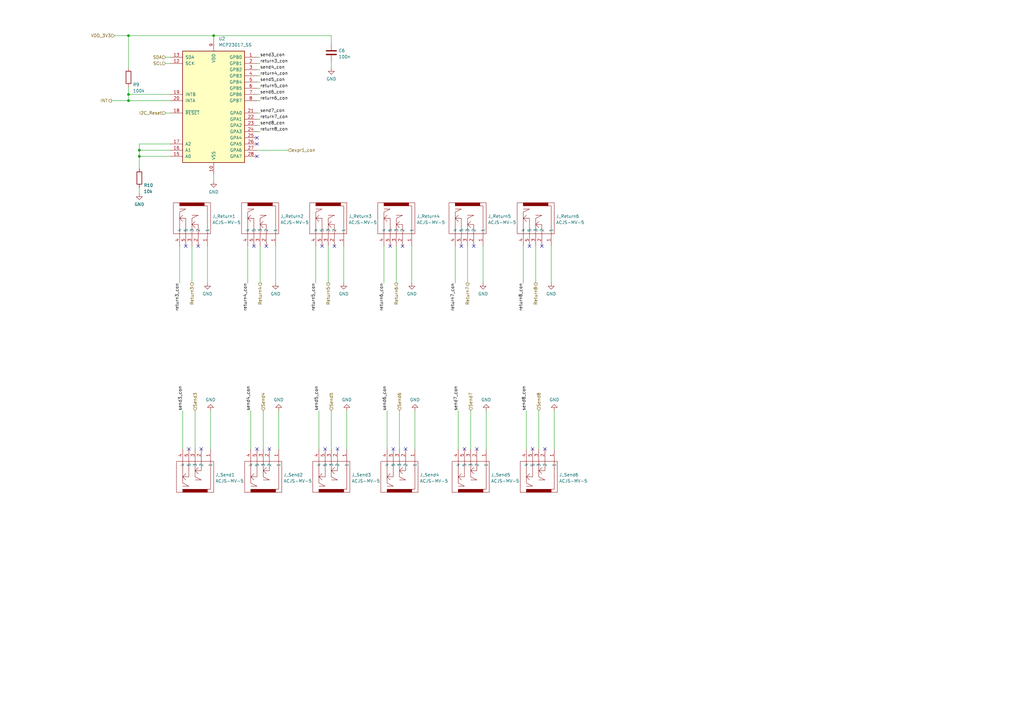
<source format=kicad_sch>
(kicad_sch (version 20211123) (generator eeschema)
  (paper "A3")
  (lib_symbols
    (symbol "Aphenol:ACJS-MV-5" (pin_names (offset 0.762))
      (property "Reference" "J_Return1" (at 8.3312 -6.7853 90))
      (property "Value" "ACJS-MV-5" (at 8.3312 -9.3222 90))
      (symbol "ACJS-MV-5_0_0"
        (pin passive line (at 19.05 -6.35 180) (length 5.08) (name "1") (number "1"))
        (pin passive line (at 19.05 -2.54 180) (length 5.08) (name "2") (number "2"))
        (pin passive line (at 19.05 0 180) (length 5.08) (name "3") (number "3"))
        (pin passive line (at 19.05 5.08 180) (length 5.08) (name "4") (number "4"))
        (pin passive line (at 19.05 2.54 180) (length 5.08) (name "5") (number "5"))
      )
      (symbol "ACJS-MV-5_0_1"
        (polyline (pts (xy 2.54 -5.08) (xy 2.54 -6.35) (xy 13.97 -6.35)) (stroke (width 0.1524)))
        (polyline (pts (xy 7.62 5.08) (xy 7.62 2.54) (xy 13.97 2.54)) (stroke (width 0.1524)))
        (polyline (pts (xy 8.89 -1.27) (xy 10.16 0) (xy 11.43 -1.27)) (stroke (width 0.1524)))
        (polyline (pts (xy 13.97 -2.54) (xy 10.16 -2.54) (xy 10.16 0)) (stroke (width 0.1524)))
        (polyline (pts (xy 7.62 5.08) (xy 6.35 3.81) (xy 7.62 5.08) (xy 8.89 3.81)) (stroke (width 0.1524)))
        (polyline (pts (xy 13.97 0) (xy 7.62 0) (xy 6.35 -2.54) (xy 6.35 0)) (stroke (width 0.1524)))
        (polyline (pts (xy 13.97 5.08) (xy 5.08 5.08) (xy 3.81 2.54) (xy 3.81 5.08)) (stroke (width 0.1524)))
        (polyline (pts (xy 1.27 7.62) (xy 13.97 7.62) (xy 13.97 -7.62) (xy 1.27 -7.62) (xy 1.27 7.62)) (stroke (width 0.1524)))
        (rectangle (start 1.27 5.08) (end 2.54 -5.08) (stroke (width 0.1524)) (fill (type outline)))
      )
    )
    (symbol "Device:C" (pin_numbers hide) (pin_names (offset 0.254))
      (property "Reference" "C" (at 0.635 2.54 0))
      (property "Value" "C" (at 0.635 -2.54 0))
      (symbol "C_0_1"
        (polyline (pts (xy -2.032 -0.762) (xy 2.032 -0.762)) (stroke (width 0.508)))
        (polyline (pts (xy -2.032 0.762) (xy 2.032 0.762)) (stroke (width 0.508)))
      )
      (symbol "C_1_1"
        (pin passive line (at 0 3.81 270) (length 2.794) (name "~") (number "1"))
        (pin passive line (at 0 -3.81 90) (length 2.794) (name "~") (number "2"))
      )
    )
    (symbol "Device:R" (pin_numbers hide) (pin_names (offset 0))
      (property "Reference" "R" (at 2.032 0 90))
      (property "Value" "R" (at 0 0 90))
      (symbol "R_0_1"
        (rectangle (start -1.016 -2.54) (end 1.016 2.54) (stroke (width 0.254)))
      )
      (symbol "R_1_1"
        (pin passive line (at 0 3.81 270) (length 1.27) (name "~") (number "1"))
        (pin passive line (at 0 -3.81 90) (length 1.27) (name "~") (number "2"))
      )
    )
    (symbol "Interface_Expansion:MCP23017_SS" (pin_names (offset 1.016))
      (property "Reference" "U" (at -11.43 24.13 0))
      (property "Value" "MCP23017_SS" (at 0 0 0))
      (symbol "MCP23017_SS_0_1"
        (rectangle (start -12.7 22.86) (end 12.7 -22.86) (stroke (width 0.254)) (fill (type background)))
      )
      (symbol "MCP23017_SS_1_1"
        (pin bidirectional line (at 17.78 20.32 180) (length 5.08) (name "GPB0") (number "1"))
        (pin power_in line (at 0 -27.94 90) (length 5.08) (name "VSS") (number "10"))
        (pin no_connect line (at -12.7 15.24 0) (length 5.08) hide (name "NC") (number "11"))
        (pin input line (at -17.78 17.78 0) (length 5.08) (name "SCK") (number "12"))
        (pin bidirectional line (at -17.78 20.32 0) (length 5.08) (name "SDA") (number "13"))
        (pin no_connect line (at -12.7 12.7 0) (length 5.08) hide (name "NC") (number "14"))
        (pin input line (at -17.78 -20.32 0) (length 5.08) (name "A0") (number "15"))
        (pin input line (at -17.78 -17.78 0) (length 5.08) (name "A1") (number "16"))
        (pin input line (at -17.78 -15.24 0) (length 5.08) (name "A2") (number "17"))
        (pin input line (at -17.78 -2.54 0) (length 5.08) (name "~{RESET}") (number "18"))
        (pin tri_state line (at -17.78 5.08 0) (length 5.08) (name "INTB") (number "19"))
        (pin bidirectional line (at 17.78 17.78 180) (length 5.08) (name "GPB1") (number "2"))
        (pin tri_state line (at -17.78 2.54 0) (length 5.08) (name "INTA") (number "20"))
        (pin bidirectional line (at 17.78 -2.54 180) (length 5.08) (name "GPA0") (number "21"))
        (pin bidirectional line (at 17.78 -5.08 180) (length 5.08) (name "GPA1") (number "22"))
        (pin bidirectional line (at 17.78 -7.62 180) (length 5.08) (name "GPA2") (number "23"))
        (pin bidirectional line (at 17.78 -10.16 180) (length 5.08) (name "GPA3") (number "24"))
        (pin bidirectional line (at 17.78 -12.7 180) (length 5.08) (name "GPA4") (number "25"))
        (pin bidirectional line (at 17.78 -15.24 180) (length 5.08) (name "GPA5") (number "26"))
        (pin bidirectional line (at 17.78 -17.78 180) (length 5.08) (name "GPA6") (number "27"))
        (pin bidirectional line (at 17.78 -20.32 180) (length 5.08) (name "GPA7") (number "28"))
        (pin bidirectional line (at 17.78 15.24 180) (length 5.08) (name "GPB2") (number "3"))
        (pin bidirectional line (at 17.78 12.7 180) (length 5.08) (name "GPB3") (number "4"))
        (pin bidirectional line (at 17.78 10.16 180) (length 5.08) (name "GPB4") (number "5"))
        (pin bidirectional line (at 17.78 7.62 180) (length 5.08) (name "GPB5") (number "6"))
        (pin bidirectional line (at 17.78 5.08 180) (length 5.08) (name "GPB6") (number "7"))
        (pin bidirectional line (at 17.78 2.54 180) (length 5.08) (name "GPB7") (number "8"))
        (pin power_in line (at 0 27.94 270) (length 5.08) (name "VDD") (number "9"))
      )
    )
    (symbol "power:GND" (power) (pin_names (offset 0))
      (property "Value" "GND" (at 0 -3.81 0))
      (symbol "GND_0_1"
        (polyline (pts (xy 0 0) (xy 0 -1.27) (xy 1.27 -1.27) (xy 0 -2.54) (xy -1.27 -1.27) (xy 0 -1.27)))
      )
      (symbol "GND_1_1"
        (pin power_in line (at 0 0 270) (length 0) hide (name "GND") (number "1"))
      )
    )
  )
  (junction (at 87.63 14.605))
  (junction (at 52.705 41.275))
  (junction (at 57.15 64.135))
  (junction (at 52.705 38.735))
  (junction (at 52.705 14.605))
  (junction (at 57.15 61.595))
  (no_connect (at 105.41 59.055))
  (no_connect (at 105.41 64.135))
  (no_connect (at 138.43 184.15))
  (no_connect (at 110.49 184.15))
  (no_connect (at 109.22 100.965))
  (no_connect (at 137.16 100.965))
  (no_connect (at 222.25 100.965))
  (no_connect (at 217.17 100.965))
  (no_connect (at 190.5 184.15))
  (no_connect (at 195.58 184.15))
  (no_connect (at 166.37 184.15))
  (no_connect (at 194.31 100.965))
  (no_connect (at 189.23 100.965))
  (no_connect (at 105.41 56.515))
  (no_connect (at 165.1 100.965))
  (no_connect (at 77.47 184.15))
  (no_connect (at 133.35 184.15))
  (no_connect (at 105.41 184.15))
  (no_connect (at 104.14 100.965))
  (no_connect (at 76.2 100.965))
  (no_connect (at 132.08 100.965))
  (no_connect (at 160.02 100.965))
  (no_connect (at 161.29 184.15))
  (no_connect (at 82.55 184.15))
  (no_connect (at 81.28 100.965))
  (no_connect (at 218.44 184.15))
  (no_connect (at 223.52 184.15))
  (wire (pts (xy 105.41 23.495) (xy 106.68 23.495)))
  (wire (pts (xy 67.945 23.495) (xy 69.85 23.495)))
  (wire (pts (xy 105.41 31.115) (xy 106.68 31.115)))
  (wire (pts (xy 227.33 168.402) (xy 227.33 184.15)))
  (wire (pts (xy 57.15 79.375) (xy 57.15 76.835)))
  (wire (pts (xy 186.69 100.965) (xy 186.69 116.078)))
  (wire (pts (xy 73.66 100.965) (xy 73.66 116.078)))
  (wire (pts (xy 142.24 168.402) (xy 142.24 184.15)))
  (wire (pts (xy 199.39 168.402) (xy 199.39 184.15)))
  (wire (pts (xy 105.41 33.655) (xy 106.68 33.655)))
  (wire (pts (xy 57.15 64.135) (xy 69.85 64.135)))
  (wire (pts (xy 74.93 168.402) (xy 74.93 184.15)))
  (wire (pts (xy 69.85 59.055) (xy 57.15 59.055)))
  (wire (pts (xy 129.54 100.965) (xy 129.54 116.078)))
  (wire (pts (xy 158.75 168.402) (xy 158.75 184.15)))
  (wire (pts (xy 69.85 61.595) (xy 57.15 61.595)))
  (wire (pts (xy 157.48 100.965) (xy 157.48 116.078)))
  (wire (pts (xy 114.3 168.402) (xy 114.3 184.15)))
  (wire (pts (xy 52.705 38.735) (xy 69.85 38.735)))
  (wire (pts (xy 134.62 100.965) (xy 134.62 116.078)))
  (wire (pts (xy 46.99 14.605) (xy 52.705 14.605)))
  (wire (pts (xy 106.68 100.965) (xy 106.68 116.078)))
  (wire (pts (xy 163.83 168.402) (xy 163.83 184.15)))
  (wire (pts (xy 105.41 41.275) (xy 106.68 41.275)))
  (wire (pts (xy 113.03 100.965) (xy 113.03 116.078)))
  (wire (pts (xy 45.72 41.275) (xy 52.705 41.275)))
  (wire (pts (xy 135.89 168.402) (xy 135.89 184.15)))
  (wire (pts (xy 105.41 36.195) (xy 106.68 36.195)))
  (wire (pts (xy 168.91 100.965) (xy 168.91 116.078)))
  (wire (pts (xy 86.36 168.402) (xy 86.36 184.15)))
  (wire (pts (xy 67.945 46.355) (xy 69.85 46.355)))
  (wire (pts (xy 214.63 100.965) (xy 214.63 116.078)))
  (wire (pts (xy 87.63 14.605) (xy 87.63 15.875)))
  (wire (pts (xy 187.96 168.402) (xy 187.96 184.15)))
  (wire (pts (xy 67.945 26.035) (xy 69.85 26.035)))
  (wire (pts (xy 78.74 100.965) (xy 78.74 116.078)))
  (wire (pts (xy 198.12 100.965) (xy 198.12 116.078)))
  (wire (pts (xy 219.71 100.965) (xy 219.71 116.078)))
  (wire (pts (xy 105.41 46.355) (xy 106.68 46.355)))
  (wire (pts (xy 102.87 168.402) (xy 102.87 184.15)))
  (wire (pts (xy 193.04 168.402) (xy 193.04 184.15)))
  (wire (pts (xy 80.01 168.402) (xy 80.01 184.15)))
  (wire (pts (xy 105.41 48.895) (xy 106.68 48.895)))
  (wire (pts (xy 220.98 168.402) (xy 220.98 184.15)))
  (wire (pts (xy 135.89 27.94) (xy 135.89 25.4)))
  (wire (pts (xy 226.06 100.965) (xy 226.06 116.078)))
  (wire (pts (xy 87.63 14.605) (xy 135.89 14.605)))
  (wire (pts (xy 130.81 168.402) (xy 130.81 184.15)))
  (wire (pts (xy 135.89 14.605) (xy 135.89 17.78)))
  (wire (pts (xy 105.41 26.035) (xy 106.68 26.035)))
  (wire (pts (xy 52.705 38.735) (xy 52.705 41.275)))
  (wire (pts (xy 105.41 28.575) (xy 106.68 28.575)))
  (wire (pts (xy 57.15 64.135) (xy 57.15 69.215)))
  (wire (pts (xy 52.705 41.275) (xy 69.85 41.275)))
  (wire (pts (xy 57.15 61.595) (xy 57.15 64.135)))
  (wire (pts (xy 52.705 14.605) (xy 52.705 27.94)))
  (wire (pts (xy 87.63 74.295) (xy 87.63 71.755)))
  (wire (pts (xy 85.09 100.965) (xy 85.09 116.078)))
  (wire (pts (xy 191.77 100.965) (xy 191.77 116.078)))
  (wire (pts (xy 170.18 168.402) (xy 170.18 184.15)))
  (wire (pts (xy 215.9 168.402) (xy 215.9 184.15)))
  (wire (pts (xy 57.15 59.055) (xy 57.15 61.595)))
  (wire (pts (xy 140.97 100.965) (xy 140.97 116.078)))
  (wire (pts (xy 105.41 61.595) (xy 118.11 61.595)))
  (wire (pts (xy 101.6 100.965) (xy 101.6 116.078)))
  (wire (pts (xy 162.56 100.965) (xy 162.56 116.078)))
  (wire (pts (xy 52.705 35.56) (xy 52.705 38.735)))
  (wire (pts (xy 105.41 51.435) (xy 106.68 51.435)))
  (wire (pts (xy 107.95 168.402) (xy 107.95 184.15)))
  (wire (pts (xy 105.41 38.735) (xy 106.68 38.735)))
  (wire (pts (xy 105.41 53.975) (xy 106.68 53.975)))
  (wire (pts (xy 52.705 14.605) (xy 87.63 14.605)))
  (label "send8_con" (at 215.9 168.402 90))
  (label "send4_con" (at 106.68 28.575 0))
  (label "send6_con" (at 158.75 168.402 90))
  (label "return5_con" (at 106.68 36.195 0))
  (label "send5_con" (at 106.68 33.655 0))
  (label "return6_con" (at 106.68 41.275 0))
  (label "send4_con" (at 102.87 168.402 90))
  (label "return8_con" (at 106.68 53.975 0))
  (label "return3_con" (at 106.68 26.035 0))
  (label "return7_con" (at 106.68 48.895 0))
  (label "return4_con" (at 106.68 31.115 0))
  (label "return8_con" (at 214.63 116.078 270))
  (label "send5_con" (at 130.81 168.402 90))
  (label "send7_con" (at 106.68 46.355 0))
  (label "return6_con" (at 157.48 116.078 270))
  (label "send7_con" (at 187.96 168.402 90))
  (label "return3_con" (at 73.66 116.078 270))
  (label "send6_con" (at 106.68 38.735 0))
  (label "send8_con" (at 106.68 51.435 0))
  (label "return7_con" (at 186.69 116.078 270))
  (label "return5_con" (at 129.54 116.078 270))
  (label "send3_con" (at 106.68 23.495 0))
  (label "send3_con" (at 74.93 168.402 90))
  (label "return4_con" (at 101.6 116.078 270))
  (hierarchical_label "Return6" (shape output) (at 162.56 116.078 270))
  (hierarchical_label "Send4" (shape input) (at 107.95 168.402 90))
  (hierarchical_label "Return5" (shape output) (at 134.62 116.078 270))
  (hierarchical_label "Send8" (shape input) (at 220.98 168.402 90))
  (hierarchical_label "VDD_3V3" (shape input) (at 46.99 14.605 180))
  (hierarchical_label "Send5" (shape input) (at 135.89 168.402 90))
  (hierarchical_label "SDA" (shape input) (at 67.945 23.495 180))
  (hierarchical_label "Send7" (shape input) (at 193.04 168.402 90))
  (hierarchical_label "Send3" (shape input) (at 80.01 168.402 90))
  (hierarchical_label "Return7" (shape output) (at 191.77 116.078 270))
  (hierarchical_label "Return8" (shape output) (at 219.71 116.078 270))
  (hierarchical_label "Return3" (shape output) (at 78.74 116.078 270))
  (hierarchical_label "INT" (shape output) (at 45.72 41.275 180))
  (hierarchical_label "Return4" (shape output) (at 106.68 116.078 270))
  (hierarchical_label "expr1_con" (shape input) (at 118.11 61.595 0))
  (hierarchical_label "Send6" (shape input) (at 163.83 168.402 90))
  (hierarchical_label "I2C_Reset" (shape input) (at 67.945 46.355 180))
  (hierarchical_label "SCL" (shape input) (at 67.945 26.035 180))
  (symbol (lib_id "power:GND") (at 227.33 168.402 0) (mirror x) (unit 1)
    (property "Reference" "#PWR031" (effects hide))
    (property "Value" "GND" (at 227.33 163.9586 0))
  )
  (symbol (lib_id "power:GND") (at 168.91 116.078 0) (unit 1)
    (property "Reference" "#PWR026" (effects hide))
    (property "Value" "GND" (at 168.91 120.5214 0))
  )
  (symbol (lib_id "Aphenol:ACJS-MV-5") (at 80.01 203.2 90) (unit 1)
    (property "Reference" "J_Send1" (at 88.3412 194.7453 90) (effects (justify right)))
    (property "Value" "ACJS-MV-5" (at 88.3412 197.2822 90) (effects (justify right)))
    (property "Footprint" "SamacSys_Parts:ACJSMV5" (effects hide))
    (property "Datasheet" "http://www.amphenolaudio.com/wp-content/uploads/2015/07/55010228000152_acjx-mv-x.pdf" (effects hide))
    (property "Description" "Phone Connectors 1/4\"VERT CHASIS CONN PLSTC" (effects hide))
    (property "Height" "31.45" (effects hide))
    (property "Manufacturer_Name" "Amphenol" (effects hide))
    (property "Manufacturer_Part_Number" "ACJS-MV-5" (effects hide))
    (property "Mouser Part Number" "523-ACJS-MV-5" (effects hide))
    (property "Mouser Price/Stock" "https://www.mouser.co.uk/ProductDetail/Amphenol-Audio/ACJS-MV-5?qs=c9RBuMmXG6JIOKwHTyIaMA%3D%3D" (effects hide))
  )
  (symbol (lib_id "Aphenol:ACJS-MV-5") (at 220.98 203.2 90) (unit 1)
    (property "Reference" "J_Send6" (at 229.3112 194.7453 90) (effects (justify right)))
    (property "Value" "ACJS-MV-5" (at 229.3112 197.2822 90) (effects (justify right)))
    (property "Footprint" "SamacSys_Parts:ACJSMV5" (effects hide))
    (property "Datasheet" "http://www.amphenolaudio.com/wp-content/uploads/2015/07/55010228000152_acjx-mv-x.pdf" (effects hide))
    (property "Description" "Phone Connectors 1/4\"VERT CHASIS CONN PLSTC" (effects hide))
    (property "Height" "31.45" (effects hide))
    (property "Manufacturer_Name" "Amphenol" (effects hide))
    (property "Manufacturer_Part_Number" "ACJS-MV-5" (effects hide))
    (property "Mouser Part Number" "523-ACJS-MV-5" (effects hide))
    (property "Mouser Price/Stock" "https://www.mouser.co.uk/ProductDetail/Amphenol-Audio/ACJS-MV-5?qs=c9RBuMmXG6JIOKwHTyIaMA%3D%3D" (effects hide))
  )
  (symbol (lib_id "power:GND") (at 113.03 116.078 0) (unit 1)
    (property "Reference" "#PWR021" (effects hide))
    (property "Value" "GND" (at 113.03 120.5214 0))
  )
  (symbol (lib_id "Device:R") (at 57.15 73.025 0) (unit 1)
    (property "Reference" "R10" (at 58.928 76.0003 0) (effects (justify left)))
    (property "Value" "10k" (at 58.928 78.5372 0) (effects (justify left)))
    (property "Footprint" "Resistor_SMD:R_0805_2012Metric_Pad1.20x1.40mm_HandSolder" (effects hide))
  )
  (symbol (lib_id "Aphenol:ACJS-MV-5") (at 107.95 203.2 90) (unit 1)
    (property "Reference" "J_Send2" (at 116.2812 194.7453 90) (effects (justify right)))
    (property "Value" "ACJS-MV-5" (at 116.2812 197.2822 90) (effects (justify right)))
    (property "Footprint" "SamacSys_Parts:ACJSMV5" (effects hide))
    (property "Datasheet" "http://www.amphenolaudio.com/wp-content/uploads/2015/07/55010228000152_acjx-mv-x.pdf" (effects hide))
    (property "Description" "Phone Connectors 1/4\"VERT CHASIS CONN PLSTC" (effects hide))
    (property "Height" "31.45" (effects hide))
    (property "Manufacturer_Name" "Amphenol" (effects hide))
    (property "Manufacturer_Part_Number" "ACJS-MV-5" (effects hide))
    (property "Mouser Part Number" "523-ACJS-MV-5" (effects hide))
    (property "Mouser Price/Stock" "https://www.mouser.co.uk/ProductDetail/Amphenol-Audio/ACJS-MV-5?qs=c9RBuMmXG6JIOKwHTyIaMA%3D%3D" (effects hide))
  )
  (symbol (lib_id "Aphenol:ACJS-MV-5") (at 134.62 81.915 90) (mirror x) (unit 1)
    (property "Reference" "J_Return3" (at 142.9512 88.7003 90) (effects (justify right)))
    (property "Value" "ACJS-MV-5" (at 142.9512 91.2372 90) (effects (justify right)))
    (property "Footprint" "SamacSys_Parts:ACJSMV5" (effects hide))
    (property "Datasheet" "http://www.amphenolaudio.com/wp-content/uploads/2015/07/55010228000152_acjx-mv-x.pdf" (effects hide))
    (property "Description" "Phone Connectors 1/4\"VERT CHASIS CONN PLSTC" (effects hide))
    (property "Height" "31.45" (effects hide))
    (property "Manufacturer_Name" "Amphenol" (effects hide))
    (property "Manufacturer_Part_Number" "ACJS-MV-5" (effects hide))
    (property "Mouser Part Number" "523-ACJS-MV-5" (effects hide))
    (property "Mouser Price/Stock" "https://www.mouser.co.uk/ProductDetail/Amphenol-Audio/ACJS-MV-5?qs=c9RBuMmXG6JIOKwHTyIaMA%3D%3D" (effects hide))
  )
  (symbol (lib_id "power:GND") (at 226.06 116.078 0) (unit 1)
    (property "Reference" "#PWR030" (effects hide))
    (property "Value" "GND" (at 226.06 120.5214 0))
  )
  (symbol (lib_id "Device:R") (at 52.705 31.75 0) (unit 1)
    (property "Reference" "R9" (at 54.483 34.7253 0) (effects (justify left)))
    (property "Value" "100k" (at 54.483 37.2622 0) (effects (justify left)))
    (property "Footprint" "Resistor_SMD:R_0805_2012Metric_Pad1.20x1.40mm_HandSolder" (effects hide))
  )
  (symbol (lib_id "Aphenol:ACJS-MV-5") (at 191.77 81.915 90) (mirror x) (unit 1)
    (property "Reference" "J_Return5" (at 200.1012 88.7003 90) (effects (justify right)))
    (property "Value" "ACJS-MV-5" (at 200.1012 91.2372 90) (effects (justify right)))
    (property "Footprint" "SamacSys_Parts:ACJSMV5" (effects hide))
    (property "Datasheet" "http://www.amphenolaudio.com/wp-content/uploads/2015/07/55010228000152_acjx-mv-x.pdf" (effects hide))
    (property "Description" "Phone Connectors 1/4\"VERT CHASIS CONN PLSTC" (effects hide))
    (property "Height" "31.45" (effects hide))
    (property "Manufacturer_Name" "Amphenol" (effects hide))
    (property "Manufacturer_Part_Number" "ACJS-MV-5" (effects hide))
    (property "Mouser Part Number" "523-ACJS-MV-5" (effects hide))
    (property "Mouser Price/Stock" "https://www.mouser.co.uk/ProductDetail/Amphenol-Audio/ACJS-MV-5?qs=c9RBuMmXG6JIOKwHTyIaMA%3D%3D" (effects hide))
  )
  (symbol (lib_id "Aphenol:ACJS-MV-5") (at 193.04 203.2 90) (unit 1)
    (property "Reference" "J_Send5" (at 201.3712 194.7453 90) (effects (justify right)))
    (property "Value" "ACJS-MV-5" (at 201.3712 197.2822 90) (effects (justify right)))
    (property "Footprint" "SamacSys_Parts:ACJSMV5" (effects hide))
    (property "Datasheet" "http://www.amphenolaudio.com/wp-content/uploads/2015/07/55010228000152_acjx-mv-x.pdf" (effects hide))
    (property "Description" "Phone Connectors 1/4\"VERT CHASIS CONN PLSTC" (effects hide))
    (property "Height" "31.45" (effects hide))
    (property "Manufacturer_Name" "Amphenol" (effects hide))
    (property "Manufacturer_Part_Number" "ACJS-MV-5" (effects hide))
    (property "Mouser Part Number" "523-ACJS-MV-5" (effects hide))
    (property "Mouser Price/Stock" "https://www.mouser.co.uk/ProductDetail/Amphenol-Audio/ACJS-MV-5?qs=c9RBuMmXG6JIOKwHTyIaMA%3D%3D" (effects hide))
  )
  (symbol (lib_id "power:GND") (at 198.12 116.078 0) (unit 1)
    (property "Reference" "#PWR028" (effects hide))
    (property "Value" "GND" (at 198.12 120.5214 0))
  )
  (symbol (lib_id "Aphenol:ACJS-MV-5") (at 78.74 81.915 90) (mirror x) (unit 1)
    (property "Reference" "J_Return1" (at 87.0712 88.7003 90) (effects (justify right)))
    (property "Value" "ACJS-MV-5" (at 87.0712 91.2372 90) (effects (justify right)))
    (property "Footprint" "SamacSys_Parts:ACJSMV5" (effects hide))
    (property "Datasheet" "http://www.amphenolaudio.com/wp-content/uploads/2015/07/55010228000152_acjx-mv-x.pdf" (effects hide))
    (property "Description" "Phone Connectors 1/4\"VERT CHASIS CONN PLSTC" (effects hide))
    (property "Height" "31.45" (effects hide))
    (property "Manufacturer_Name" "Amphenol" (effects hide))
    (property "Manufacturer_Part_Number" "ACJS-MV-5" (effects hide))
    (property "Mouser Part Number" "523-ACJS-MV-5" (effects hide))
    (property "Mouser Price/Stock" "https://www.mouser.co.uk/ProductDetail/Amphenol-Audio/ACJS-MV-5?qs=c9RBuMmXG6JIOKwHTyIaMA%3D%3D" (effects hide))
  )
  (symbol (lib_id "power:GND") (at 86.36 168.402 0) (mirror x) (unit 1)
    (property "Reference" "#PWR019" (effects hide))
    (property "Value" "GND" (at 86.36 163.9586 0))
  )
  (symbol (lib_id "power:GND") (at 142.24 168.402 0) (mirror x) (unit 1)
    (property "Reference" "#PWR025" (effects hide))
    (property "Value" "GND" (at 142.24 163.9586 0))
  )
  (symbol (lib_id "power:GND") (at 199.39 168.402 0) (mirror x) (unit 1)
    (property "Reference" "#PWR029" (effects hide))
    (property "Value" "GND" (at 199.39 163.9586 0))
  )
  (symbol (lib_id "Aphenol:ACJS-MV-5") (at 163.83 203.2 90) (unit 1)
    (property "Reference" "J_Send4" (at 172.1612 194.7453 90) (effects (justify right)))
    (property "Value" "ACJS-MV-5" (at 172.1612 197.2822 90) (effects (justify right)))
    (property "Footprint" "SamacSys_Parts:ACJSMV5" (effects hide))
    (property "Datasheet" "http://www.amphenolaudio.com/wp-content/uploads/2015/07/55010228000152_acjx-mv-x.pdf" (effects hide))
    (property "Description" "Phone Connectors 1/4\"VERT CHASIS CONN PLSTC" (effects hide))
    (property "Height" "31.45" (effects hide))
    (property "Manufacturer_Name" "Amphenol" (effects hide))
    (property "Manufacturer_Part_Number" "ACJS-MV-5" (effects hide))
    (property "Mouser Part Number" "523-ACJS-MV-5" (effects hide))
    (property "Mouser Price/Stock" "https://www.mouser.co.uk/ProductDetail/Amphenol-Audio/ACJS-MV-5?qs=c9RBuMmXG6JIOKwHTyIaMA%3D%3D" (effects hide))
  )
  (symbol (lib_id "Device:C") (at 135.89 21.59 0) (unit 1)
    (property "Reference" "C6" (at 138.811 20.7553 0) (effects (justify left)))
    (property "Value" "100n" (at 138.811 23.2922 0) (effects (justify left)))
    (property "Footprint" "Capacitor_SMD:C_1206_3216Metric_Pad1.33x1.80mm_HandSolder" (effects hide))
  )
  (symbol (lib_id "power:GND") (at 135.89 27.94 0) (unit 1)
    (property "Reference" "#PWR023" (effects hide))
    (property "Value" "GND" (at 135.89 32.3834 0))
  )
  (symbol (lib_id "Aphenol:ACJS-MV-5") (at 162.56 81.915 90) (mirror x) (unit 1)
    (property "Reference" "J_Return4" (at 170.8912 88.7003 90) (effects (justify right)))
    (property "Value" "ACJS-MV-5" (at 170.8912 91.2372 90) (effects (justify right)))
    (property "Footprint" "SamacSys_Parts:ACJSMV5" (effects hide))
    (property "Datasheet" "http://www.amphenolaudio.com/wp-content/uploads/2015/07/55010228000152_acjx-mv-x.pdf" (effects hide))
    (property "Description" "Phone Connectors 1/4\"VERT CHASIS CONN PLSTC" (effects hide))
    (property "Height" "31.45" (effects hide))
    (property "Manufacturer_Name" "Amphenol" (effects hide))
    (property "Manufacturer_Part_Number" "ACJS-MV-5" (effects hide))
    (property "Mouser Part Number" "523-ACJS-MV-5" (effects hide))
    (property "Mouser Price/Stock" "https://www.mouser.co.uk/ProductDetail/Amphenol-Audio/ACJS-MV-5?qs=c9RBuMmXG6JIOKwHTyIaMA%3D%3D" (effects hide))
  )
  (symbol (lib_id "power:GND") (at 85.09 116.078 0) (unit 1)
    (property "Reference" "#PWR018" (effects hide))
    (property "Value" "GND" (at 85.09 120.5214 0))
  )
  (symbol (lib_id "power:GND") (at 57.15 79.375 0) (unit 1)
    (property "Reference" "#PWR017" (effects hide))
    (property "Value" "GND" (at 57.15 83.8184 0))
  )
  (symbol (lib_id "power:GND") (at 114.3 168.402 0) (mirror x) (unit 1)
    (property "Reference" "#PWR022" (effects hide))
    (property "Value" "GND" (at 114.3 163.9586 0))
  )
  (symbol (lib_id "Aphenol:ACJS-MV-5") (at 135.89 203.2 90) (unit 1)
    (property "Reference" "J_Send3" (at 144.2212 194.7453 90) (effects (justify right)))
    (property "Value" "ACJS-MV-5" (at 144.2212 197.2822 90) (effects (justify right)))
    (property "Footprint" "SamacSys_Parts:ACJSMV5" (effects hide))
    (property "Datasheet" "http://www.amphenolaudio.com/wp-content/uploads/2015/07/55010228000152_acjx-mv-x.pdf" (effects hide))
    (property "Description" "Phone Connectors 1/4\"VERT CHASIS CONN PLSTC" (effects hide))
    (property "Height" "31.45" (effects hide))
    (property "Manufacturer_Name" "Amphenol" (effects hide))
    (property "Manufacturer_Part_Number" "ACJS-MV-5" (effects hide))
    (property "Mouser Part Number" "523-ACJS-MV-5" (effects hide))
    (property "Mouser Price/Stock" "https://www.mouser.co.uk/ProductDetail/Amphenol-Audio/ACJS-MV-5?qs=c9RBuMmXG6JIOKwHTyIaMA%3D%3D" (effects hide))
  )
  (symbol (lib_id "Interface_Expansion:MCP23017_SS") (at 87.63 43.815 0) (unit 1)
    (property "Reference" "U2" (at 89.6494 15.875 0) (effects (justify left)))
    (property "Value" "MCP23017_SS" (at 89.6494 18.415 0) (effects (justify left)))
    (property "Footprint" "Package_SO:SSOP-28_5.3x10.2mm_P0.65mm" (effects hide))
    (property "Datasheet" "http://ww1.microchip.com/downloads/en/DeviceDoc/20001952C.pdf" (effects hide))
  )
  (symbol (lib_id "power:GND") (at 140.97 116.078 0) (unit 1)
    (property "Reference" "#PWR024" (effects hide))
    (property "Value" "GND" (at 140.97 120.5214 0))
  )
  (symbol (lib_id "power:GND") (at 170.18 168.402 0) (mirror x) (unit 1)
    (property "Reference" "#PWR027" (effects hide))
    (property "Value" "GND" (at 170.18 163.9586 0))
  )
  (symbol (lib_id "Aphenol:ACJS-MV-5") (at 106.68 81.915 90) (mirror x) (unit 1)
    (property "Reference" "J_Return2" (at 115.0112 88.7003 90) (effects (justify right)))
    (property "Value" "ACJS-MV-5" (at 115.0112 91.2372 90) (effects (justify right)))
    (property "Footprint" "SamacSys_Parts:ACJSMV5" (effects hide))
    (property "Datasheet" "http://www.amphenolaudio.com/wp-content/uploads/2015/07/55010228000152_acjx-mv-x.pdf" (effects hide))
    (property "Description" "Phone Connectors 1/4\"VERT CHASIS CONN PLSTC" (effects hide))
    (property "Height" "31.45" (effects hide))
    (property "Manufacturer_Name" "Amphenol" (effects hide))
    (property "Manufacturer_Part_Number" "ACJS-MV-5" (effects hide))
    (property "Mouser Part Number" "523-ACJS-MV-5" (effects hide))
    (property "Mouser Price/Stock" "https://www.mouser.co.uk/ProductDetail/Amphenol-Audio/ACJS-MV-5?qs=c9RBuMmXG6JIOKwHTyIaMA%3D%3D" (effects hide))
  )
  (symbol (lib_id "Aphenol:ACJS-MV-5") (at 219.71 81.915 90) (mirror x) (unit 1)
    (property "Reference" "J_Return6" (at 228.0412 88.7003 90) (effects (justify right)))
    (property "Value" "ACJS-MV-5" (at 228.0412 91.2372 90) (effects (justify right)))
    (property "Footprint" "SamacSys_Parts:ACJSMV5" (effects hide))
    (property "Datasheet" "http://www.amphenolaudio.com/wp-content/uploads/2015/07/55010228000152_acjx-mv-x.pdf" (effects hide))
    (property "Description" "Phone Connectors 1/4\"VERT CHASIS CONN PLSTC" (effects hide))
    (property "Height" "31.45" (effects hide))
    (property "Manufacturer_Name" "Amphenol" (effects hide))
    (property "Manufacturer_Part_Number" "ACJS-MV-5" (effects hide))
    (property "Mouser Part Number" "523-ACJS-MV-5" (effects hide))
    (property "Mouser Price/Stock" "https://www.mouser.co.uk/ProductDetail/Amphenol-Audio/ACJS-MV-5?qs=c9RBuMmXG6JIOKwHTyIaMA%3D%3D" (effects hide))
  )
  (symbol (lib_id "power:GND") (at 87.63 74.295 0) (unit 1)
    (property "Reference" "#PWR020" (effects hide))
    (property "Value" "GND" (at 87.63 78.7384 0))
  )
)
</source>
